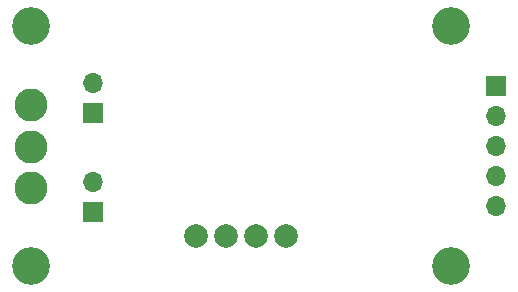
<source format=gbs>
G04 #@! TF.GenerationSoftware,KiCad,Pcbnew,5.1.12-84ad8e8a86~92~ubuntu16.04.1*
G04 #@! TF.CreationDate,2022-12-06T21:02:49+01:00*
G04 #@! TF.ProjectId,RS485-TTL,52533438-352d-4545-944c-2e6b69636164,rev?*
G04 #@! TF.SameCoordinates,Original*
G04 #@! TF.FileFunction,Soldermask,Bot*
G04 #@! TF.FilePolarity,Negative*
%FSLAX46Y46*%
G04 Gerber Fmt 4.6, Leading zero omitted, Abs format (unit mm)*
G04 Created by KiCad (PCBNEW 5.1.12-84ad8e8a86~92~ubuntu16.04.1) date 2022-12-06 21:02:49*
%MOMM*%
%LPD*%
G01*
G04 APERTURE LIST*
%ADD10C,2.800000*%
%ADD11O,1.700000X1.700000*%
%ADD12R,1.700000X1.700000*%
%ADD13C,2.000000*%
%ADD14C,3.200000*%
G04 APERTURE END LIST*
D10*
X133350000Y-88392000D03*
X133350000Y-84892000D03*
X133350000Y-81392000D03*
D11*
X138557000Y-87884000D03*
D12*
X138557000Y-90424000D03*
D13*
X154940000Y-92456000D03*
X152400000Y-92456000D03*
X149860000Y-92456000D03*
X147320000Y-92456000D03*
D14*
X133350000Y-74676000D03*
X168910000Y-74676000D03*
X133350000Y-94996000D03*
X168910000Y-94996000D03*
D12*
X172720000Y-79756000D03*
D11*
X172720000Y-82296000D03*
X172720000Y-84836000D03*
X172720000Y-87376000D03*
X172720000Y-89916000D03*
D12*
X138557000Y-82042000D03*
D11*
X138557000Y-79502000D03*
M02*

</source>
